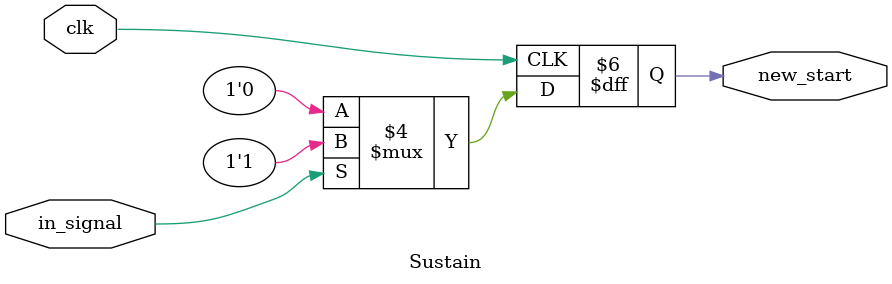
<source format=v>
module Sustain(
  clk,
  in_signal,
  new_start
);
input clk;
input in_signal;
output reg new_start;

initial begin
  new_start =1;
end


always @(posedge clk) begin
  if (in_signal) begin
   new_start <= 1;
  end
  else begin
   new_start <= 0;
  end
end

endmodule // Sustain
</source>
